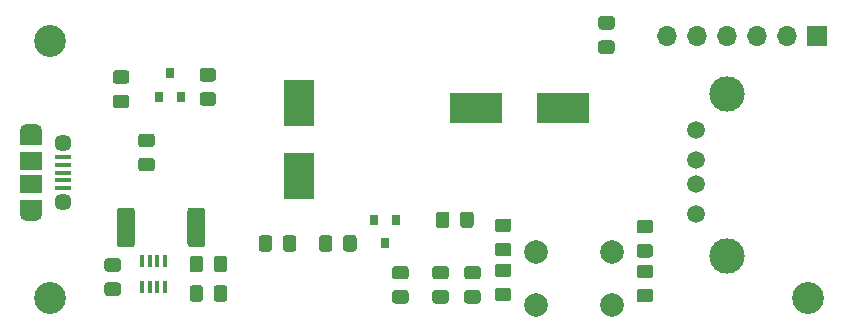
<source format=gbr>
G04 #@! TF.GenerationSoftware,KiCad,Pcbnew,(5.1.9-0-10_14)*
G04 #@! TF.CreationDate,2021-03-28T22:25:10+02:00*
G04 #@! TF.ProjectId,HB-ES-PMSw1-USB,48422d45-532d-4504-9d53-77312d555342,rev?*
G04 #@! TF.SameCoordinates,Original*
G04 #@! TF.FileFunction,Soldermask,Top*
G04 #@! TF.FilePolarity,Negative*
%FSLAX46Y46*%
G04 Gerber Fmt 4.6, Leading zero omitted, Abs format (unit mm)*
G04 Created by KiCad (PCBNEW (5.1.9-0-10_14)) date 2021-03-28 22:25:10*
%MOMM*%
%LPD*%
G01*
G04 APERTURE LIST*
%ADD10R,1.900000X1.200000*%
%ADD11O,1.900000X1.200000*%
%ADD12R,1.900000X1.500000*%
%ADD13C,1.450000*%
%ADD14R,1.350000X0.400000*%
%ADD15R,0.800000X0.900000*%
%ADD16C,2.700000*%
%ADD17O,1.700000X1.700000*%
%ADD18R,1.700000X1.700000*%
%ADD19R,0.400000X1.060000*%
%ADD20C,2.000000*%
%ADD21C,1.500000*%
%ADD22C,3.000000*%
%ADD23R,2.500000X4.000000*%
%ADD24R,4.400000X2.500000*%
G04 APERTURE END LIST*
D10*
X28862500Y-45200000D03*
X28862500Y-51000000D03*
D11*
X28862500Y-51600000D03*
X28862500Y-44600000D03*
D12*
X28862500Y-47100000D03*
D13*
X31562500Y-50600000D03*
D14*
X31562500Y-48100000D03*
X31562500Y-48750000D03*
X31562500Y-49400000D03*
X31562500Y-46800000D03*
X31562500Y-47450000D03*
D13*
X31562500Y-45600000D03*
D12*
X28862500Y-49100000D03*
G36*
G01*
X39050001Y-45950000D02*
X38149999Y-45950000D01*
G75*
G02*
X37900000Y-45700001I0J249999D01*
G01*
X37900000Y-45049999D01*
G75*
G02*
X38149999Y-44800000I249999J0D01*
G01*
X39050001Y-44800000D01*
G75*
G02*
X39300000Y-45049999I0J-249999D01*
G01*
X39300000Y-45700001D01*
G75*
G02*
X39050001Y-45950000I-249999J0D01*
G01*
G37*
G36*
G01*
X39050001Y-48000000D02*
X38149999Y-48000000D01*
G75*
G02*
X37900000Y-47750001I0J249999D01*
G01*
X37900000Y-47099999D01*
G75*
G02*
X38149999Y-46850000I249999J0D01*
G01*
X39050001Y-46850000D01*
G75*
G02*
X39300000Y-47099999I0J-249999D01*
G01*
X39300000Y-47750001D01*
G75*
G02*
X39050001Y-48000000I-249999J0D01*
G01*
G37*
G36*
G01*
X78000001Y-36000000D02*
X77099999Y-36000000D01*
G75*
G02*
X76850000Y-35750001I0J249999D01*
G01*
X76850000Y-35099999D01*
G75*
G02*
X77099999Y-34850000I249999J0D01*
G01*
X78000001Y-34850000D01*
G75*
G02*
X78250000Y-35099999I0J-249999D01*
G01*
X78250000Y-35750001D01*
G75*
G02*
X78000001Y-36000000I-249999J0D01*
G01*
G37*
G36*
G01*
X78000001Y-38050000D02*
X77099999Y-38050000D01*
G75*
G02*
X76850000Y-37800001I0J249999D01*
G01*
X76850000Y-37149999D01*
G75*
G02*
X77099999Y-36900000I249999J0D01*
G01*
X78000001Y-36900000D01*
G75*
G02*
X78250000Y-37149999I0J-249999D01*
G01*
X78250000Y-37800001D01*
G75*
G02*
X78000001Y-38050000I-249999J0D01*
G01*
G37*
G36*
G01*
X50150000Y-54550001D02*
X50150000Y-53649999D01*
G75*
G02*
X50399999Y-53400000I249999J0D01*
G01*
X51050001Y-53400000D01*
G75*
G02*
X51300000Y-53649999I0J-249999D01*
G01*
X51300000Y-54550001D01*
G75*
G02*
X51050001Y-54800000I-249999J0D01*
G01*
X50399999Y-54800000D01*
G75*
G02*
X50150000Y-54550001I0J249999D01*
G01*
G37*
G36*
G01*
X48100000Y-54550001D02*
X48100000Y-53649999D01*
G75*
G02*
X48349999Y-53400000I249999J0D01*
G01*
X49000001Y-53400000D01*
G75*
G02*
X49250000Y-53649999I0J-249999D01*
G01*
X49250000Y-54550001D01*
G75*
G02*
X49000001Y-54800000I-249999J0D01*
G01*
X48349999Y-54800000D01*
G75*
G02*
X48100000Y-54550001I0J249999D01*
G01*
G37*
G36*
G01*
X54350000Y-53649999D02*
X54350000Y-54550001D01*
G75*
G02*
X54100001Y-54800000I-249999J0D01*
G01*
X53449999Y-54800000D01*
G75*
G02*
X53200000Y-54550001I0J249999D01*
G01*
X53200000Y-53649999D01*
G75*
G02*
X53449999Y-53400000I249999J0D01*
G01*
X54100001Y-53400000D01*
G75*
G02*
X54350000Y-53649999I0J-249999D01*
G01*
G37*
G36*
G01*
X56400000Y-53649999D02*
X56400000Y-54550001D01*
G75*
G02*
X56150001Y-54800000I-249999J0D01*
G01*
X55499999Y-54800000D01*
G75*
G02*
X55250000Y-54550001I0J249999D01*
G01*
X55250000Y-53649999D01*
G75*
G02*
X55499999Y-53400000I249999J0D01*
G01*
X56150001Y-53400000D01*
G75*
G02*
X56400000Y-53649999I0J-249999D01*
G01*
G37*
G36*
G01*
X60550001Y-57150000D02*
X59649999Y-57150000D01*
G75*
G02*
X59400000Y-56900001I0J249999D01*
G01*
X59400000Y-56249999D01*
G75*
G02*
X59649999Y-56000000I249999J0D01*
G01*
X60550001Y-56000000D01*
G75*
G02*
X60800000Y-56249999I0J-249999D01*
G01*
X60800000Y-56900001D01*
G75*
G02*
X60550001Y-57150000I-249999J0D01*
G01*
G37*
G36*
G01*
X60550001Y-59200000D02*
X59649999Y-59200000D01*
G75*
G02*
X59400000Y-58950001I0J249999D01*
G01*
X59400000Y-58299999D01*
G75*
G02*
X59649999Y-58050000I249999J0D01*
G01*
X60550001Y-58050000D01*
G75*
G02*
X60800000Y-58299999I0J-249999D01*
G01*
X60800000Y-58950001D01*
G75*
G02*
X60550001Y-59200000I-249999J0D01*
G01*
G37*
D15*
X58800000Y-54100000D03*
X57850000Y-52100000D03*
X59750000Y-52100000D03*
G36*
G01*
X68349999Y-52000000D02*
X69250001Y-52000000D01*
G75*
G02*
X69500000Y-52249999I0J-249999D01*
G01*
X69500000Y-52900001D01*
G75*
G02*
X69250001Y-53150000I-249999J0D01*
G01*
X68349999Y-53150000D01*
G75*
G02*
X68100000Y-52900001I0J249999D01*
G01*
X68100000Y-52249999D01*
G75*
G02*
X68349999Y-52000000I249999J0D01*
G01*
G37*
G36*
G01*
X68349999Y-54050000D02*
X69250001Y-54050000D01*
G75*
G02*
X69500000Y-54299999I0J-249999D01*
G01*
X69500000Y-54950001D01*
G75*
G02*
X69250001Y-55200000I-249999J0D01*
G01*
X68349999Y-55200000D01*
G75*
G02*
X68100000Y-54950001I0J249999D01*
G01*
X68100000Y-54299999D01*
G75*
G02*
X68349999Y-54050000I249999J0D01*
G01*
G37*
G36*
G01*
X69250001Y-56950000D02*
X68349999Y-56950000D01*
G75*
G02*
X68100000Y-56700001I0J249999D01*
G01*
X68100000Y-56049999D01*
G75*
G02*
X68349999Y-55800000I249999J0D01*
G01*
X69250001Y-55800000D01*
G75*
G02*
X69500000Y-56049999I0J-249999D01*
G01*
X69500000Y-56700001D01*
G75*
G02*
X69250001Y-56950000I-249999J0D01*
G01*
G37*
G36*
G01*
X69250001Y-59000000D02*
X68349999Y-59000000D01*
G75*
G02*
X68100000Y-58750001I0J249999D01*
G01*
X68100000Y-58099999D01*
G75*
G02*
X68349999Y-57850000I249999J0D01*
G01*
X69250001Y-57850000D01*
G75*
G02*
X69500000Y-58099999I0J-249999D01*
G01*
X69500000Y-58750001D01*
G75*
G02*
X69250001Y-59000000I-249999J0D01*
G01*
G37*
D16*
X30400000Y-58700000D03*
X94600000Y-58700000D03*
X30400000Y-37000000D03*
D17*
X82700000Y-36500000D03*
X85240000Y-36500000D03*
X87780000Y-36500000D03*
X90320000Y-36500000D03*
X92860000Y-36500000D03*
D18*
X95400000Y-36500000D03*
G36*
G01*
X81250001Y-57050000D02*
X80349999Y-57050000D01*
G75*
G02*
X80100000Y-56800001I0J249999D01*
G01*
X80100000Y-56149999D01*
G75*
G02*
X80349999Y-55900000I249999J0D01*
G01*
X81250001Y-55900000D01*
G75*
G02*
X81500000Y-56149999I0J-249999D01*
G01*
X81500000Y-56800001D01*
G75*
G02*
X81250001Y-57050000I-249999J0D01*
G01*
G37*
G36*
G01*
X81250001Y-59100000D02*
X80349999Y-59100000D01*
G75*
G02*
X80100000Y-58850001I0J249999D01*
G01*
X80100000Y-58199999D01*
G75*
G02*
X80349999Y-57950000I249999J0D01*
G01*
X81250001Y-57950000D01*
G75*
G02*
X81500000Y-58199999I0J-249999D01*
G01*
X81500000Y-58850001D01*
G75*
G02*
X81250001Y-59100000I-249999J0D01*
G01*
G37*
D15*
X40600000Y-39700000D03*
X41550000Y-41700000D03*
X39650000Y-41700000D03*
D19*
X40180000Y-57750000D03*
X39530000Y-57750000D03*
X38870000Y-57750000D03*
X38220000Y-57750000D03*
X38220000Y-55550000D03*
X38870000Y-55550000D03*
X39530000Y-55550000D03*
X40180000Y-55550000D03*
D20*
X78050000Y-54850000D03*
X78050000Y-59350000D03*
X71550000Y-54850000D03*
X71550000Y-59350000D03*
G36*
G01*
X37625000Y-51324999D02*
X37625000Y-54175001D01*
G75*
G02*
X37375001Y-54425000I-249999J0D01*
G01*
X36349999Y-54425000D01*
G75*
G02*
X36100000Y-54175001I0J249999D01*
G01*
X36100000Y-51324999D01*
G75*
G02*
X36349999Y-51075000I249999J0D01*
G01*
X37375001Y-51075000D01*
G75*
G02*
X37625000Y-51324999I0J-249999D01*
G01*
G37*
G36*
G01*
X43600000Y-51324999D02*
X43600000Y-54175001D01*
G75*
G02*
X43350001Y-54425000I-249999J0D01*
G01*
X42324999Y-54425000D01*
G75*
G02*
X42075000Y-54175001I0J249999D01*
G01*
X42075000Y-51324999D01*
G75*
G02*
X42324999Y-51075000I249999J0D01*
G01*
X43350001Y-51075000D01*
G75*
G02*
X43600000Y-51324999I0J-249999D01*
G01*
G37*
G36*
G01*
X66650001Y-57150000D02*
X65749999Y-57150000D01*
G75*
G02*
X65500000Y-56900001I0J249999D01*
G01*
X65500000Y-56249999D01*
G75*
G02*
X65749999Y-56000000I249999J0D01*
G01*
X66650001Y-56000000D01*
G75*
G02*
X66900000Y-56249999I0J-249999D01*
G01*
X66900000Y-56900001D01*
G75*
G02*
X66650001Y-57150000I-249999J0D01*
G01*
G37*
G36*
G01*
X66650001Y-59200000D02*
X65749999Y-59200000D01*
G75*
G02*
X65500000Y-58950001I0J249999D01*
G01*
X65500000Y-58299999D01*
G75*
G02*
X65749999Y-58050000I249999J0D01*
G01*
X66650001Y-58050000D01*
G75*
G02*
X66900000Y-58299999I0J-249999D01*
G01*
X66900000Y-58950001D01*
G75*
G02*
X66650001Y-59200000I-249999J0D01*
G01*
G37*
G36*
G01*
X44300000Y-56300001D02*
X44300000Y-55399999D01*
G75*
G02*
X44549999Y-55150000I249999J0D01*
G01*
X45200001Y-55150000D01*
G75*
G02*
X45450000Y-55399999I0J-249999D01*
G01*
X45450000Y-56300001D01*
G75*
G02*
X45200001Y-56550000I-249999J0D01*
G01*
X44549999Y-56550000D01*
G75*
G02*
X44300000Y-56300001I0J249999D01*
G01*
G37*
G36*
G01*
X42250000Y-56300001D02*
X42250000Y-55399999D01*
G75*
G02*
X42499999Y-55150000I249999J0D01*
G01*
X43150001Y-55150000D01*
G75*
G02*
X43400000Y-55399999I0J-249999D01*
G01*
X43400000Y-56300001D01*
G75*
G02*
X43150001Y-56550000I-249999J0D01*
G01*
X42499999Y-56550000D01*
G75*
G02*
X42250000Y-56300001I0J249999D01*
G01*
G37*
G36*
G01*
X44300000Y-58800001D02*
X44300000Y-57899999D01*
G75*
G02*
X44549999Y-57650000I249999J0D01*
G01*
X45200001Y-57650000D01*
G75*
G02*
X45450000Y-57899999I0J-249999D01*
G01*
X45450000Y-58800001D01*
G75*
G02*
X45200001Y-59050000I-249999J0D01*
G01*
X44549999Y-59050000D01*
G75*
G02*
X44300000Y-58800001I0J249999D01*
G01*
G37*
G36*
G01*
X42250000Y-58800001D02*
X42250000Y-57899999D01*
G75*
G02*
X42499999Y-57650000I249999J0D01*
G01*
X43150001Y-57650000D01*
G75*
G02*
X43400000Y-57899999I0J-249999D01*
G01*
X43400000Y-58800001D01*
G75*
G02*
X43150001Y-59050000I-249999J0D01*
G01*
X42499999Y-59050000D01*
G75*
G02*
X42250000Y-58800001I0J249999D01*
G01*
G37*
G36*
G01*
X63950001Y-57150000D02*
X63049999Y-57150000D01*
G75*
G02*
X62800000Y-56900001I0J249999D01*
G01*
X62800000Y-56249999D01*
G75*
G02*
X63049999Y-56000000I249999J0D01*
G01*
X63950001Y-56000000D01*
G75*
G02*
X64200000Y-56249999I0J-249999D01*
G01*
X64200000Y-56900001D01*
G75*
G02*
X63950001Y-57150000I-249999J0D01*
G01*
G37*
G36*
G01*
X63950001Y-59200000D02*
X63049999Y-59200000D01*
G75*
G02*
X62800000Y-58950001I0J249999D01*
G01*
X62800000Y-58299999D01*
G75*
G02*
X63049999Y-58050000I249999J0D01*
G01*
X63950001Y-58050000D01*
G75*
G02*
X64200000Y-58299999I0J-249999D01*
G01*
X64200000Y-58950001D01*
G75*
G02*
X63950001Y-59200000I-249999J0D01*
G01*
G37*
G36*
G01*
X65150000Y-52550001D02*
X65150000Y-51649999D01*
G75*
G02*
X65399999Y-51400000I249999J0D01*
G01*
X66050001Y-51400000D01*
G75*
G02*
X66300000Y-51649999I0J-249999D01*
G01*
X66300000Y-52550001D01*
G75*
G02*
X66050001Y-52800000I-249999J0D01*
G01*
X65399999Y-52800000D01*
G75*
G02*
X65150000Y-52550001I0J249999D01*
G01*
G37*
G36*
G01*
X63100000Y-52550001D02*
X63100000Y-51649999D01*
G75*
G02*
X63349999Y-51400000I249999J0D01*
G01*
X64000001Y-51400000D01*
G75*
G02*
X64250000Y-51649999I0J-249999D01*
G01*
X64250000Y-52550001D01*
G75*
G02*
X64000001Y-52800000I-249999J0D01*
G01*
X63349999Y-52800000D01*
G75*
G02*
X63100000Y-52550001I0J249999D01*
G01*
G37*
G36*
G01*
X81250001Y-53250000D02*
X80349999Y-53250000D01*
G75*
G02*
X80100000Y-53000001I0J249999D01*
G01*
X80100000Y-52349999D01*
G75*
G02*
X80349999Y-52100000I249999J0D01*
G01*
X81250001Y-52100000D01*
G75*
G02*
X81500000Y-52349999I0J-249999D01*
G01*
X81500000Y-53000001D01*
G75*
G02*
X81250001Y-53250000I-249999J0D01*
G01*
G37*
G36*
G01*
X81250001Y-55300000D02*
X80349999Y-55300000D01*
G75*
G02*
X80100000Y-55050001I0J249999D01*
G01*
X80100000Y-54399999D01*
G75*
G02*
X80349999Y-54150000I249999J0D01*
G01*
X81250001Y-54150000D01*
G75*
G02*
X81500000Y-54399999I0J-249999D01*
G01*
X81500000Y-55050001D01*
G75*
G02*
X81250001Y-55300000I-249999J0D01*
G01*
G37*
D21*
X85100000Y-44490000D03*
X85100000Y-47030000D03*
X85100000Y-49060000D03*
X85100000Y-51600000D03*
D22*
X87770000Y-41440000D03*
X87770000Y-55160000D03*
G36*
G01*
X44250001Y-40400000D02*
X43349999Y-40400000D01*
G75*
G02*
X43100000Y-40150001I0J249999D01*
G01*
X43100000Y-39499999D01*
G75*
G02*
X43349999Y-39250000I249999J0D01*
G01*
X44250001Y-39250000D01*
G75*
G02*
X44500000Y-39499999I0J-249999D01*
G01*
X44500000Y-40150001D01*
G75*
G02*
X44250001Y-40400000I-249999J0D01*
G01*
G37*
G36*
G01*
X44250001Y-42450000D02*
X43349999Y-42450000D01*
G75*
G02*
X43100000Y-42200001I0J249999D01*
G01*
X43100000Y-41549999D01*
G75*
G02*
X43349999Y-41300000I249999J0D01*
G01*
X44250001Y-41300000D01*
G75*
G02*
X44500000Y-41549999I0J-249999D01*
G01*
X44500000Y-42200001D01*
G75*
G02*
X44250001Y-42450000I-249999J0D01*
G01*
G37*
D23*
X51500000Y-42250000D03*
X51500000Y-48350000D03*
D24*
X66500000Y-42600000D03*
X73900000Y-42600000D03*
G36*
G01*
X36900001Y-40600000D02*
X35999999Y-40600000D01*
G75*
G02*
X35750000Y-40350001I0J249999D01*
G01*
X35750000Y-39699999D01*
G75*
G02*
X35999999Y-39450000I249999J0D01*
G01*
X36900001Y-39450000D01*
G75*
G02*
X37150000Y-39699999I0J-249999D01*
G01*
X37150000Y-40350001D01*
G75*
G02*
X36900001Y-40600000I-249999J0D01*
G01*
G37*
G36*
G01*
X36900001Y-42650000D02*
X35999999Y-42650000D01*
G75*
G02*
X35750000Y-42400001I0J249999D01*
G01*
X35750000Y-41749999D01*
G75*
G02*
X35999999Y-41500000I249999J0D01*
G01*
X36900001Y-41500000D01*
G75*
G02*
X37150000Y-41749999I0J-249999D01*
G01*
X37150000Y-42400001D01*
G75*
G02*
X36900001Y-42650000I-249999J0D01*
G01*
G37*
G36*
G01*
X35299999Y-57400000D02*
X36200001Y-57400000D01*
G75*
G02*
X36450000Y-57649999I0J-249999D01*
G01*
X36450000Y-58300001D01*
G75*
G02*
X36200001Y-58550000I-249999J0D01*
G01*
X35299999Y-58550000D01*
G75*
G02*
X35050000Y-58300001I0J249999D01*
G01*
X35050000Y-57649999D01*
G75*
G02*
X35299999Y-57400000I249999J0D01*
G01*
G37*
G36*
G01*
X35299999Y-55350000D02*
X36200001Y-55350000D01*
G75*
G02*
X36450000Y-55599999I0J-249999D01*
G01*
X36450000Y-56250001D01*
G75*
G02*
X36200001Y-56500000I-249999J0D01*
G01*
X35299999Y-56500000D01*
G75*
G02*
X35050000Y-56250001I0J249999D01*
G01*
X35050000Y-55599999D01*
G75*
G02*
X35299999Y-55350000I249999J0D01*
G01*
G37*
M02*

</source>
